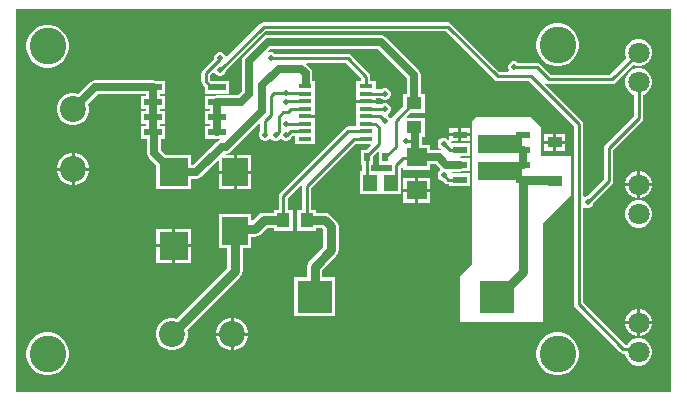
<source format=gtl>
G04*
G04 #@! TF.GenerationSoftware,Altium Limited,Altium Designer,22.1.2 (22)*
G04*
G04 Layer_Physical_Order=1*
G04 Layer_Color=255*
%FSLAX44Y44*%
%MOMM*%
G71*
G04*
G04 #@! TF.SameCoordinates,4243E080-38CA-47FB-8023-FD6126139483*
G04*
G04*
G04 #@! TF.FilePolarity,Positive*
G04*
G01*
G75*
%ADD15R,1.3000X1.1000*%
%ADD16R,1.5500X0.6000*%
%ADD17R,2.4300X2.3700*%
%ADD18R,1.1000X1.3000*%
%ADD19R,0.5500X0.8000*%
%ADD20R,1.1500X1.4500*%
%ADD21R,2.2300X2.3700*%
%ADD22R,1.1400X0.4200*%
%ADD23R,1.2700X0.6100*%
%ADD24R,1.7500X1.6000*%
%ADD25R,1.2200X0.9100*%
%ADD26R,2.9200X2.7900*%
%ADD27R,3.8100X1.6500*%
%ADD45C,0.6350*%
%ADD46C,0.2540*%
%ADD47C,0.7620*%
%ADD48C,0.8890*%
%ADD49C,1.8000*%
%ADD50C,2.2000*%
%ADD51C,3.1000*%
%ADD52C,0.5000*%
G36*
X557225Y2845D02*
X2845D01*
Y327155D01*
X557225D01*
Y2845D01*
D02*
G37*
%LPC*%
G36*
X462787Y315220D02*
X459233D01*
X455748Y314527D01*
X452465Y313167D01*
X449510Y311193D01*
X446997Y308680D01*
X445023Y305725D01*
X443663Y302442D01*
X442970Y298957D01*
Y295403D01*
X443663Y291918D01*
X445023Y288635D01*
X446997Y285680D01*
X449510Y283167D01*
X452465Y281193D01*
X455748Y279833D01*
X459233Y279140D01*
X462787D01*
X466272Y279833D01*
X469555Y281193D01*
X472510Y283167D01*
X475023Y285680D01*
X476997Y288635D01*
X478357Y291918D01*
X479050Y295403D01*
Y298957D01*
X478357Y302442D01*
X476997Y305725D01*
X475023Y308680D01*
X472510Y311193D01*
X469555Y313167D01*
X466272Y314527D01*
X462787Y315220D01*
D02*
G37*
G36*
X368300Y316305D02*
X212090D01*
X210603Y316009D01*
X209343Y315167D01*
X181456Y287280D01*
X179958Y287578D01*
X179533Y288605D01*
X178115Y290023D01*
X176262Y290790D01*
X174258D01*
X172405Y290023D01*
X170987Y288605D01*
X170220Y286752D01*
Y285538D01*
X160443Y275761D01*
X159601Y274501D01*
X159305Y273014D01*
Y266160D01*
X159601Y264674D01*
X160443Y263413D01*
X162430Y261426D01*
Y255840D01*
X183010D01*
Y266920D01*
X167924D01*
X167075Y267769D01*
Y271405D01*
X169423Y273753D01*
X170668Y273505D01*
X170987Y272735D01*
X172405Y271317D01*
X174258Y270550D01*
X176262D01*
X178115Y271317D01*
X179533Y272735D01*
X180300Y274587D01*
Y275136D01*
X213699Y308535D01*
X366691D01*
X407463Y267763D01*
X408723Y266921D01*
X410210Y266625D01*
X436541D01*
X474905Y228261D01*
Y77470D01*
X475201Y75983D01*
X476043Y74723D01*
X514033Y36733D01*
X515293Y35891D01*
X516780Y35595D01*
X518050D01*
Y35511D01*
X518837Y32576D01*
X520356Y29944D01*
X522504Y27796D01*
X525136Y26277D01*
X528071Y25490D01*
X531109D01*
X534044Y26277D01*
X536676Y27796D01*
X538824Y29944D01*
X540344Y32576D01*
X541130Y35511D01*
Y38549D01*
X540344Y41484D01*
X538824Y44116D01*
X536676Y46264D01*
X534044Y47783D01*
X531109Y48570D01*
X528071D01*
X525136Y47783D01*
X522504Y46264D01*
X520356Y44116D01*
X519922Y43365D01*
X518389D01*
X482675Y79079D01*
Y158778D01*
X483945Y159396D01*
X485407Y158790D01*
X487412D01*
X489265Y159557D01*
X490683Y160975D01*
X491450Y162827D01*
Y163376D01*
X506937Y178863D01*
X507779Y180123D01*
X508075Y181610D01*
Y207941D01*
X532337Y232203D01*
X533179Y233463D01*
X533475Y234950D01*
Y254724D01*
X534044Y254876D01*
X536676Y256396D01*
X538824Y258544D01*
X540344Y261176D01*
X541130Y264111D01*
Y267149D01*
X540344Y270084D01*
X538824Y272716D01*
X536676Y274864D01*
X534044Y276383D01*
X531109Y277170D01*
X528071D01*
X525136Y276383D01*
X522504Y274864D01*
X520356Y272716D01*
X518837Y270084D01*
X518050Y267149D01*
Y264111D01*
X518837Y261176D01*
X520356Y258544D01*
X522504Y256396D01*
X525136Y254876D01*
X525705Y254724D01*
Y236559D01*
X501443Y212297D01*
X500601Y211037D01*
X500305Y209550D01*
Y183219D01*
X485956Y168870D01*
X485407D01*
X483945Y168264D01*
X482675Y168882D01*
Y229870D01*
X482379Y231357D01*
X481537Y232617D01*
X450085Y264069D01*
X450895Y265055D01*
X451903Y264381D01*
X453390Y264085D01*
X506930D01*
X508417Y264381D01*
X509677Y265223D01*
X524625Y280171D01*
X525136Y279876D01*
X528071Y279090D01*
X531109D01*
X534044Y279876D01*
X536676Y281396D01*
X538824Y283544D01*
X540344Y286176D01*
X541130Y289111D01*
Y292149D01*
X540344Y295084D01*
X538824Y297716D01*
X536676Y299864D01*
X534044Y301383D01*
X531109Y302170D01*
X528071D01*
X525136Y301383D01*
X522504Y299864D01*
X520356Y297716D01*
X518837Y295084D01*
X518050Y292149D01*
Y289111D01*
X518837Y286176D01*
X519131Y285665D01*
X505321Y271855D01*
X454999D01*
X445977Y280877D01*
X444717Y281719D01*
X443230Y282015D01*
X427423D01*
X427035Y282403D01*
X425182Y283170D01*
X423177D01*
X421325Y282403D01*
X419907Y280985D01*
X419140Y279132D01*
Y277127D01*
X419746Y275665D01*
X419128Y274395D01*
X411819D01*
X371047Y315167D01*
X369787Y316009D01*
X368300Y316305D01*
D02*
G37*
G36*
X30987Y313950D02*
X27433D01*
X23948Y313257D01*
X20665Y311897D01*
X17710Y309923D01*
X15197Y307410D01*
X13223Y304455D01*
X11863Y301172D01*
X11170Y297687D01*
Y294133D01*
X11863Y290648D01*
X13223Y287365D01*
X15197Y284410D01*
X17710Y281897D01*
X20665Y279923D01*
X23948Y278563D01*
X27433Y277870D01*
X30987D01*
X34472Y278563D01*
X37755Y279923D01*
X40710Y281897D01*
X43223Y284410D01*
X45197Y287365D01*
X46557Y290648D01*
X47250Y294133D01*
Y297687D01*
X46557Y301172D01*
X45197Y304455D01*
X43223Y307410D01*
X40710Y309923D01*
X37755Y311897D01*
X34472Y313257D01*
X30987Y313950D01*
D02*
G37*
G36*
X311150Y305547D02*
X215900D01*
X213670Y305103D01*
X211780Y303840D01*
X195270Y287330D01*
X194007Y285440D01*
X193563Y283210D01*
Y257684D01*
X190386Y254507D01*
X172720D01*
X171277Y254220D01*
X162430D01*
Y243140D01*
X166893D01*
Y241520D01*
X162430D01*
Y230440D01*
X166893D01*
Y228820D01*
X162430D01*
Y217740D01*
X171277D01*
X172720Y217453D01*
X174163Y217740D01*
X175515D01*
X175641Y216470D01*
X174300Y216203D01*
X172410Y214940D01*
X152776Y195307D01*
X150580D01*
Y203870D01*
X129441D01*
X125357Y207954D01*
Y217740D01*
X129010D01*
Y228820D01*
X124547D01*
Y230440D01*
X129010D01*
Y241520D01*
X124547D01*
Y243140D01*
X129010D01*
Y254220D01*
X124547D01*
Y255840D01*
X129010D01*
Y266920D01*
X120163D01*
X118720Y267207D01*
X69610D01*
X67380Y266763D01*
X65490Y265500D01*
X55356Y255367D01*
X52583Y256110D01*
X49017D01*
X45574Y255187D01*
X42486Y253405D01*
X39965Y250884D01*
X38183Y247796D01*
X37260Y244353D01*
Y240787D01*
X38183Y237344D01*
X39965Y234256D01*
X42486Y231735D01*
X45574Y229953D01*
X49017Y229030D01*
X52583D01*
X56026Y229953D01*
X59114Y231735D01*
X61635Y234256D01*
X63417Y237344D01*
X64340Y240787D01*
Y244353D01*
X63597Y247126D01*
X72024Y255553D01*
X112893D01*
Y254220D01*
X108430D01*
Y243140D01*
X112893D01*
Y241520D01*
X108430D01*
Y230440D01*
X112893D01*
Y228820D01*
X108430D01*
Y217740D01*
X113703D01*
Y205540D01*
X114147Y203310D01*
X115410Y201420D01*
X121200Y195629D01*
Y175090D01*
X150580D01*
Y183653D01*
X155190D01*
X157420Y184097D01*
X159310Y185360D01*
X173097Y199146D01*
X174270Y198660D01*
Y190500D01*
X186690D01*
Y203620D01*
X180646D01*
X179967Y204890D01*
X180036Y204993D01*
X180340D01*
X182570Y205437D01*
X184460Y206700D01*
X208302Y230541D01*
X209475Y230055D01*
Y224223D01*
X209087Y223835D01*
X208320Y221982D01*
Y219977D01*
X209087Y218125D01*
X210505Y216707D01*
X212358Y215940D01*
X214363D01*
X216215Y216707D01*
X216975Y217468D01*
X217805Y218012D01*
X218635Y217468D01*
X219395Y216707D01*
X221248Y215940D01*
X223253D01*
X225105Y216707D01*
X225865Y217468D01*
X226695Y218012D01*
X227525Y217468D01*
X228285Y216707D01*
X230138Y215940D01*
X232143D01*
X233995Y216707D01*
X235413Y218125D01*
X236097Y219778D01*
X236590Y220270D01*
X239110D01*
Y213165D01*
X255590D01*
Y219515D01*
Y225865D01*
Y232215D01*
Y235585D01*
X247350D01*
Y238125D01*
X255590D01*
Y238565D01*
Y244915D01*
Y251265D01*
Y257615D01*
Y266895D01*
X253477D01*
Y273140D01*
X253033Y275370D01*
X251770Y277260D01*
X248435Y280595D01*
X248962Y281865D01*
X281601D01*
X294865Y268601D01*
Y266895D01*
X290510D01*
Y257615D01*
Y251265D01*
Y250825D01*
X298750D01*
X306990D01*
Y251703D01*
X311399D01*
X312105Y250997D01*
X313958Y250230D01*
X315963D01*
X317815Y250997D01*
X319233Y252415D01*
X320000Y254268D01*
Y256273D01*
X319233Y258125D01*
X317815Y259543D01*
X315963Y260310D01*
X313958D01*
X312105Y259543D01*
X312034Y259472D01*
X306990D01*
Y266895D01*
X302635D01*
Y270210D01*
X302339Y271697D01*
X301497Y272957D01*
X285957Y288497D01*
X284697Y289339D01*
X283210Y289635D01*
X221683D01*
X221295Y290023D01*
X219443Y290790D01*
X217437D01*
X216702Y290485D01*
X215982Y291562D01*
X218314Y293893D01*
X308736D01*
X333699Y268931D01*
Y255530D01*
X330486D01*
Y244944D01*
X321103Y235561D01*
X320721Y234990D01*
X319288Y235131D01*
X319233Y235265D01*
X317815Y236683D01*
X317525Y236803D01*
Y238177D01*
X317815Y238297D01*
X319233Y239715D01*
X320000Y241567D01*
Y243573D01*
X319233Y245425D01*
X317815Y246843D01*
X315963Y247610D01*
X313958D01*
X312105Y246843D01*
X312034Y246772D01*
X306990D01*
Y248285D01*
X298750D01*
X290510D01*
Y244915D01*
Y238565D01*
Y228040D01*
X283845D01*
X282358Y227744D01*
X281098Y226902D01*
X226013Y171817D01*
X225171Y170557D01*
X224875Y169070D01*
Y157630D01*
X220720D01*
Y155064D01*
X212090D01*
X209612Y154572D01*
X207512Y153168D01*
X202920Y148576D01*
X201650Y149102D01*
Y154220D01*
X174270D01*
Y125440D01*
X181486D01*
Y108092D01*
X138454Y65060D01*
X136403Y65610D01*
X132837D01*
X129394Y64687D01*
X126306Y62905D01*
X123785Y60384D01*
X122003Y57296D01*
X121080Y53853D01*
Y50287D01*
X122003Y46844D01*
X123785Y43756D01*
X126306Y41235D01*
X129394Y39453D01*
X132837Y38530D01*
X136403D01*
X139846Y39453D01*
X142934Y41235D01*
X145455Y43756D01*
X147237Y46844D01*
X148160Y50287D01*
Y53853D01*
X147610Y55904D01*
X192538Y100832D01*
X193942Y102932D01*
X194434Y105410D01*
Y125440D01*
X201650D01*
Y134496D01*
X204470D01*
X206948Y134988D01*
X209048Y136392D01*
X214772Y142116D01*
X220720D01*
Y139550D01*
X236800D01*
Y157630D01*
X232645D01*
Y167461D01*
X243768Y178585D01*
X244939Y177959D01*
X244875Y177640D01*
Y157630D01*
X240720D01*
Y139550D01*
X256800D01*
Y142116D01*
X261351D01*
X262766Y140701D01*
Y125872D01*
X250862Y113968D01*
X249458Y111868D01*
X248966Y109390D01*
Y100310D01*
X238300D01*
Y67330D01*
X272580D01*
Y100310D01*
X261914D01*
Y106708D01*
X273818Y118612D01*
X275222Y120712D01*
X275714Y123190D01*
Y143382D01*
X275222Y145860D01*
X273818Y147960D01*
X268610Y153168D01*
X266510Y154572D01*
X264032Y155064D01*
X256800D01*
Y157630D01*
X252645D01*
Y176031D01*
X289369Y212755D01*
X290510Y213165D01*
Y213165D01*
X290510Y213165D01*
X302422D01*
X302908Y211992D01*
X299386Y208470D01*
X294300D01*
Y195390D01*
X295705D01*
Y190130D01*
X293860D01*
Y170550D01*
X310440D01*
Y190130D01*
X303475D01*
Y195390D01*
X304880D01*
Y202976D01*
X308627Y206723D01*
X309800Y206237D01*
Y195390D01*
X319510D01*
X320455Y195161D01*
X320745Y194271D01*
Y190130D01*
X311860D01*
Y170550D01*
X328440D01*
Y184445D01*
X328515Y184820D01*
Y193126D01*
X329070Y193557D01*
X330340Y192936D01*
Y191420D01*
X352920D01*
Y196133D01*
X358236D01*
X361916Y192454D01*
X361635Y190963D01*
X360217Y189545D01*
X359450Y187693D01*
Y185688D01*
X360217Y183835D01*
X361635Y182417D01*
X363488Y181650D01*
X364036D01*
X365553Y180133D01*
X366813Y179291D01*
X368300Y178995D01*
X369540D01*
Y177290D01*
X387320D01*
Y188470D01*
X370586D01*
X370512Y188608D01*
X371273Y189878D01*
X377802D01*
X378430Y189753D01*
X379621Y189990D01*
X387320D01*
Y201170D01*
X380125D01*
X378868Y201420D01*
X378993Y202690D01*
X387320D01*
Y213870D01*
X370804D01*
X370695Y214120D01*
X371525Y215390D01*
X377160D01*
Y219710D01*
X369540D01*
Y217234D01*
X368270Y216708D01*
X367345Y217633D01*
X365493Y218400D01*
X363488D01*
X361635Y217633D01*
X360217Y216215D01*
X359450Y214363D01*
Y212358D01*
X360217Y210505D01*
X361635Y209087D01*
X362570Y208700D01*
X362200Y207479D01*
X360650Y207787D01*
X352920D01*
Y212500D01*
X346405D01*
Y219450D01*
X348566D01*
Y235530D01*
X333719D01*
X333233Y236703D01*
X335979Y239450D01*
X348566D01*
Y255530D01*
X345353D01*
Y271344D01*
X344909Y273574D01*
X343646Y275465D01*
X315270Y303840D01*
X313380Y305103D01*
X311150Y305547D01*
D02*
G37*
G36*
X387320Y226570D02*
X379700D01*
Y222250D01*
X387320D01*
Y226570D01*
D02*
G37*
G36*
X377160D02*
X369540D01*
Y222250D01*
X377160D01*
Y226570D01*
D02*
G37*
G36*
X467110Y221560D02*
X459740D01*
Y215740D01*
X467110D01*
Y221560D01*
D02*
G37*
G36*
X457200D02*
X449830D01*
Y215740D01*
X457200D01*
Y221560D01*
D02*
G37*
G36*
X387320Y219710D02*
X379700D01*
Y215390D01*
X387320D01*
Y219710D01*
D02*
G37*
G36*
X467110Y213200D02*
X459740D01*
Y207380D01*
X467110D01*
Y213200D01*
D02*
G37*
G36*
X457200D02*
X449830D01*
Y207380D01*
X457200D01*
Y213200D01*
D02*
G37*
G36*
X52583Y205310D02*
X52070D01*
Y193040D01*
X64340D01*
Y193553D01*
X63417Y196996D01*
X61635Y200084D01*
X59114Y202605D01*
X56026Y204387D01*
X52583Y205310D01*
D02*
G37*
G36*
X49530D02*
X49017D01*
X45574Y204387D01*
X42486Y202605D01*
X39965Y200084D01*
X38183Y196996D01*
X37260Y193553D01*
Y193040D01*
X49530D01*
Y205310D01*
D02*
G37*
G36*
X201650Y203620D02*
X189230D01*
Y190500D01*
X201650D01*
Y203620D01*
D02*
G37*
G36*
X531109Y190410D02*
X530860D01*
Y180140D01*
X541130D01*
Y180389D01*
X540344Y183324D01*
X538824Y185956D01*
X536676Y188104D01*
X534044Y189624D01*
X531109Y190410D01*
D02*
G37*
G36*
X528320D02*
X528071D01*
X525136Y189624D01*
X522504Y188104D01*
X520356Y185956D01*
X518837Y183324D01*
X518050Y180389D01*
Y180140D01*
X528320D01*
Y190410D01*
D02*
G37*
G36*
X64340Y190500D02*
X52070D01*
Y178230D01*
X52583D01*
X56026Y179153D01*
X59114Y180935D01*
X61635Y183456D01*
X63417Y186544D01*
X64340Y189987D01*
Y190500D01*
D02*
G37*
G36*
X49530D02*
X37260D01*
Y189987D01*
X38183Y186544D01*
X39965Y183456D01*
X42486Y180935D01*
X45574Y179153D01*
X49017Y178230D01*
X49530D01*
Y190500D01*
D02*
G37*
G36*
X352920Y184500D02*
X342900D01*
Y175230D01*
X352920D01*
Y184500D01*
D02*
G37*
G36*
X340360D02*
X330340D01*
Y175230D01*
X340360D01*
Y184500D01*
D02*
G37*
G36*
X201650Y187960D02*
X189230D01*
Y174840D01*
X201650D01*
Y187960D01*
D02*
G37*
G36*
X186690D02*
X174270D01*
Y174840D01*
X186690D01*
Y187960D01*
D02*
G37*
G36*
X541130Y177600D02*
X530860D01*
Y167330D01*
X531109D01*
X534044Y168116D01*
X536676Y169636D01*
X538824Y171784D01*
X540344Y174416D01*
X541130Y177351D01*
Y177600D01*
D02*
G37*
G36*
X528320D02*
X518050D01*
Y177351D01*
X518837Y174416D01*
X520356Y171784D01*
X522504Y169636D01*
X525136Y168116D01*
X528071Y167330D01*
X528320D01*
Y177600D01*
D02*
G37*
G36*
X352920Y172690D02*
X342900D01*
Y163420D01*
X352920D01*
Y172690D01*
D02*
G37*
G36*
X340360D02*
X330340D01*
Y163420D01*
X340360D01*
Y172690D01*
D02*
G37*
G36*
X531109Y165410D02*
X528071D01*
X525136Y164624D01*
X522504Y163104D01*
X520356Y160956D01*
X518837Y158324D01*
X518050Y155389D01*
Y152351D01*
X518837Y149416D01*
X520356Y146784D01*
X522504Y144636D01*
X525136Y143117D01*
X528071Y142330D01*
X531109D01*
X534044Y143117D01*
X536676Y144636D01*
X538824Y146784D01*
X540344Y149416D01*
X541130Y152351D01*
Y155389D01*
X540344Y158324D01*
X538824Y160956D01*
X536676Y163104D01*
X534044Y164624D01*
X531109Y165410D01*
D02*
G37*
G36*
X150580Y141470D02*
X137160D01*
Y128350D01*
X150580D01*
Y141470D01*
D02*
G37*
G36*
X134620D02*
X121200D01*
Y128350D01*
X134620D01*
Y141470D01*
D02*
G37*
G36*
X150580Y125810D02*
X137160D01*
Y112690D01*
X150580D01*
Y125810D01*
D02*
G37*
G36*
X134620D02*
X121200D01*
Y112690D01*
X134620D01*
Y125810D01*
D02*
G37*
G36*
X531109Y73570D02*
X530860D01*
Y63300D01*
X541130D01*
Y63549D01*
X540344Y66484D01*
X538824Y69116D01*
X536676Y71264D01*
X534044Y72783D01*
X531109Y73570D01*
D02*
G37*
G36*
X528320D02*
X528071D01*
X525136Y72783D01*
X522504Y71264D01*
X520356Y69116D01*
X518837Y66484D01*
X518050Y63549D01*
Y63300D01*
X528320D01*
Y73570D01*
D02*
G37*
G36*
X438150Y236220D02*
X392430D01*
X388620Y232410D01*
Y111760D01*
X378460Y101600D01*
Y62230D01*
X448310D01*
Y146050D01*
X472440Y170180D01*
Y203200D01*
X447040D01*
Y227330D01*
X438150Y236220D01*
D02*
G37*
G36*
X187203Y65610D02*
X186690D01*
Y53340D01*
X198960D01*
Y53853D01*
X198037Y57296D01*
X196255Y60384D01*
X193734Y62905D01*
X190646Y64687D01*
X187203Y65610D01*
D02*
G37*
G36*
X184150D02*
X183637D01*
X180194Y64687D01*
X177106Y62905D01*
X174585Y60384D01*
X172803Y57296D01*
X171880Y53853D01*
Y53340D01*
X184150D01*
Y65610D01*
D02*
G37*
G36*
X541130Y60760D02*
X530860D01*
Y50490D01*
X531109D01*
X534044Y51276D01*
X536676Y52796D01*
X538824Y54944D01*
X540344Y57576D01*
X541130Y60511D01*
Y60760D01*
D02*
G37*
G36*
X528320D02*
X518050D01*
Y60511D01*
X518837Y57576D01*
X520356Y54944D01*
X522504Y52796D01*
X525136Y51276D01*
X528071Y50490D01*
X528320D01*
Y60760D01*
D02*
G37*
G36*
X198960Y50800D02*
X186690D01*
Y38530D01*
X187203D01*
X190646Y39453D01*
X193734Y41235D01*
X196255Y43756D01*
X198037Y46844D01*
X198960Y50287D01*
Y50800D01*
D02*
G37*
G36*
X184150D02*
X171880D01*
Y50287D01*
X172803Y46844D01*
X174585Y43756D01*
X177106Y41235D01*
X180194Y39453D01*
X183637Y38530D01*
X184150D01*
Y50800D01*
D02*
G37*
G36*
X462787Y53600D02*
X459233D01*
X455748Y52907D01*
X452465Y51547D01*
X449510Y49573D01*
X446997Y47060D01*
X445023Y44105D01*
X443663Y40822D01*
X442970Y37337D01*
Y33783D01*
X443663Y30298D01*
X445023Y27015D01*
X446997Y24060D01*
X449510Y21547D01*
X452465Y19573D01*
X455748Y18213D01*
X459233Y17520D01*
X462787D01*
X466272Y18213D01*
X469555Y19573D01*
X472510Y21547D01*
X475023Y24060D01*
X476997Y27015D01*
X478357Y30298D01*
X479050Y33783D01*
Y37337D01*
X478357Y40822D01*
X476997Y44105D01*
X475023Y47060D01*
X472510Y49573D01*
X469555Y51547D01*
X466272Y52907D01*
X462787Y53600D01*
D02*
G37*
G36*
X30987D02*
X27433D01*
X23948Y52907D01*
X20665Y51547D01*
X17710Y49573D01*
X15197Y47060D01*
X13223Y44105D01*
X11863Y40822D01*
X11170Y37337D01*
Y33783D01*
X11863Y30298D01*
X13223Y27015D01*
X15197Y24060D01*
X17710Y21547D01*
X20665Y19573D01*
X23948Y18213D01*
X27433Y17520D01*
X30987D01*
X34472Y18213D01*
X37755Y19573D01*
X40710Y21547D01*
X43223Y24060D01*
X45197Y27015D01*
X46557Y30298D01*
X47250Y33783D01*
Y37337D01*
X46557Y40822D01*
X45197Y44105D01*
X43223Y47060D01*
X40710Y49573D01*
X37755Y51547D01*
X34472Y52907D01*
X30987Y53600D01*
D02*
G37*
%LPD*%
D15*
X339526Y247490D02*
D03*
Y227490D02*
D03*
D16*
X118720Y261380D02*
D03*
Y248680D02*
D03*
Y235980D02*
D03*
Y223280D02*
D03*
X172720Y261380D02*
D03*
Y248680D02*
D03*
Y235980D02*
D03*
Y223280D02*
D03*
D17*
X135890Y127080D02*
D03*
Y189480D02*
D03*
D18*
X228760Y148590D02*
D03*
X248760D02*
D03*
D19*
X315090Y201930D02*
D03*
X299590D02*
D03*
D20*
X320150Y180340D02*
D03*
X302150D02*
D03*
D21*
X187960Y139830D02*
D03*
Y189230D02*
D03*
D22*
X298750Y217805D02*
D03*
Y224155D02*
D03*
Y230505D02*
D03*
Y236855D02*
D03*
Y243205D02*
D03*
Y249555D02*
D03*
Y255905D02*
D03*
Y262255D02*
D03*
X247350Y217805D02*
D03*
Y224155D02*
D03*
Y230505D02*
D03*
Y236855D02*
D03*
Y243205D02*
D03*
Y249555D02*
D03*
Y255905D02*
D03*
Y262255D02*
D03*
D23*
X431830Y182880D02*
D03*
Y195580D02*
D03*
Y208280D02*
D03*
Y220980D02*
D03*
X378430Y182880D02*
D03*
Y195580D02*
D03*
Y208280D02*
D03*
Y220980D02*
D03*
D24*
X341630Y173960D02*
D03*
Y201960D02*
D03*
D25*
X458470Y214470D02*
D03*
Y181770D02*
D03*
D26*
X255440Y83820D02*
D03*
X410040D02*
D03*
D27*
X411958Y190396D02*
D03*
Y213500D02*
D03*
D45*
X340578Y214597D02*
Y226438D01*
Y202757D02*
Y214597D01*
X339526Y227490D02*
X340578Y226438D01*
Y202757D02*
X341375Y201960D01*
X338875Y227490D02*
X339526D01*
X360650Y201960D02*
X366905Y195705D01*
X341630Y201960D02*
X360650D01*
X378305Y195705D02*
X378430Y195580D01*
X366905Y195705D02*
X378305D01*
X339526Y247490D02*
Y271344D01*
X311150Y299720D02*
X339526Y271344D01*
X215900Y299720D02*
X311150D01*
X199390Y283210D02*
X215900Y299720D01*
X199390Y255270D02*
Y283210D01*
X192800Y248680D02*
X199390Y255270D01*
X172720Y248680D02*
X192800D01*
X210820Y241300D02*
Y262890D01*
X176530Y210820D02*
X180340D01*
X210820Y241300D01*
X155190Y189480D02*
X176530Y210820D01*
X135590Y189480D02*
X155190D01*
X119530Y205540D02*
Y222470D01*
X69610Y261380D02*
X118720D01*
Y223280D02*
Y235980D01*
Y248680D02*
Y261380D01*
X172720Y235980D02*
Y248680D01*
Y223280D02*
Y235980D01*
X118720D02*
Y248680D01*
Y223280D02*
X119530Y222470D01*
X50800Y242570D02*
X69610Y261380D01*
X119530Y205540D02*
X135590Y189480D01*
X210820Y262890D02*
X224790Y276860D01*
X243930D01*
X247650Y264160D02*
Y273140D01*
X243930Y276860D02*
X247650Y273140D01*
X431830Y195580D02*
Y208280D01*
D46*
X339275Y215900D02*
X340578Y214597D01*
X332740Y215900D02*
X339275D01*
X324630Y195090D02*
X330558Y201018D01*
X340688D01*
X324630Y184820D02*
Y195090D01*
X320150Y180340D02*
X324630Y184820D01*
X315090Y201930D02*
X323850Y210690D01*
Y232814D02*
X338526Y247490D01*
X323850Y210690D02*
Y232814D01*
X314926Y232410D02*
X314960D01*
X298750Y236855D02*
X310481D01*
X314926Y232410D01*
X314643Y242887D02*
X314960Y242570D01*
X298750Y243205D02*
X299067Y242887D01*
X314643D01*
X306777Y230505D02*
X309880Y227402D01*
Y213470D02*
Y227402D01*
X298750Y230505D02*
X306777D01*
X338526Y247490D02*
X339526D01*
X368300Y182880D02*
X378430D01*
X364490Y186690D02*
X368300Y182880D01*
X167970Y261380D02*
X172720D01*
X166240Y263110D02*
X167970Y261380D01*
X166240Y263110D02*
Y263110D01*
X175260Y285084D02*
Y285750D01*
X163190Y273014D02*
X175260Y285084D01*
X163190Y266160D02*
Y273014D01*
Y266160D02*
X166240Y263110D01*
X213360Y232410D02*
X218440Y237490D01*
Y254000D02*
X220980Y256540D01*
X218440Y237490D02*
Y254000D01*
X220980Y256540D02*
X231140D01*
X213360Y220980D02*
Y232410D01*
X212090Y312420D02*
X368300D01*
X175260Y275590D02*
X212090Y312420D01*
X504190Y181610D02*
Y209550D01*
X486410Y163830D02*
X504190Y181610D01*
X529590Y234950D02*
Y265630D01*
X504190Y209550D02*
X529590Y234950D01*
X438150Y270510D02*
X478790Y229870D01*
Y77470D02*
X516780Y39480D01*
X478790Y77470D02*
Y229870D01*
X232410Y240030D02*
X235585Y243205D01*
X228600Y240030D02*
X232410D01*
X224790Y236220D02*
X228600Y240030D01*
X222250Y221158D02*
X224790Y223698D01*
Y236220D01*
X222250Y220980D02*
Y221158D01*
X235585Y243205D02*
X247350D01*
X234981Y224155D02*
X247350D01*
X231806Y220980D02*
X234981Y224155D01*
X231140Y220980D02*
X231806D01*
X247033Y230187D02*
X247350Y230505D01*
X231458Y230187D02*
X247033D01*
X231140Y229870D02*
X231458Y230187D01*
X368300Y312420D02*
X410210Y270510D01*
X438150D01*
X516780Y39480D02*
X527140D01*
X529590Y37030D01*
X506930Y267970D02*
X529590Y290630D01*
X453390Y267970D02*
X506930D01*
X443230Y278130D02*
X453390Y267970D01*
X424180Y278130D02*
X443230D01*
X231458Y256222D02*
X247033D01*
X231140Y256540D02*
X231458Y256222D01*
X231140Y248920D02*
X231458Y249237D01*
X247033D01*
X247350Y249555D01*
X247033Y256222D02*
X247350Y255905D01*
X299590Y203180D02*
X309880Y213470D01*
X299590Y201930D02*
Y203180D01*
Y182900D02*
Y201930D01*
Y182900D02*
X302150Y180340D01*
X288925Y217805D02*
X298750D01*
X248760Y177640D02*
X288925Y217805D01*
X248760Y148590D02*
Y177640D01*
X218440Y285750D02*
X283210D01*
X298750Y270210D01*
Y262255D02*
Y270210D01*
X364490Y213360D02*
X369570Y208280D01*
X378430D01*
X299067Y255588D02*
X314643D01*
X314960Y255270D01*
X298750Y255905D02*
X299067Y255588D01*
X228760Y169070D02*
X283845Y224155D01*
X298750D01*
X228760Y148590D02*
Y169070D01*
D47*
X431830Y104960D02*
Y182880D01*
X410040Y83820D02*
X410690D01*
X431830Y104960D01*
X431955Y182755D02*
X457485D01*
X431830Y182880D02*
X431955Y182755D01*
X457485D02*
X458470Y181770D01*
X248760Y148590D02*
X264032D01*
X269240Y143382D01*
Y123190D02*
Y143382D01*
X255440Y109390D02*
X269240Y123190D01*
X255440Y83820D02*
Y109390D01*
X204470Y140970D02*
X212090Y148590D01*
X228760D01*
X189100Y140970D02*
X204470D01*
X187960Y105410D02*
Y139830D01*
X134620Y52070D02*
X187960Y105410D01*
D48*
Y139830D02*
X189100Y140970D01*
D49*
X529590Y37030D02*
D03*
Y62030D02*
D03*
Y153870D02*
D03*
Y178870D02*
D03*
Y265630D02*
D03*
Y290630D02*
D03*
D50*
X50800Y242570D02*
D03*
Y191770D02*
D03*
X134620Y52070D02*
D03*
X185420D02*
D03*
D51*
X461010Y35560D02*
D03*
Y297180D02*
D03*
X29210Y295910D02*
D03*
Y35560D02*
D03*
D52*
X332740Y215900D02*
D03*
X314960Y232410D02*
D03*
Y242570D02*
D03*
X364490Y186690D02*
D03*
X213360Y220980D02*
D03*
X175260Y275590D02*
D03*
X486410Y163830D02*
D03*
X222250Y220980D02*
D03*
X231140D02*
D03*
X175260Y285750D02*
D03*
X231140Y229870D02*
D03*
X424180Y278130D02*
D03*
X231140Y256540D02*
D03*
Y248920D02*
D03*
X218440Y285750D02*
D03*
X314960Y255270D02*
D03*
X364490Y213360D02*
D03*
M02*

</source>
